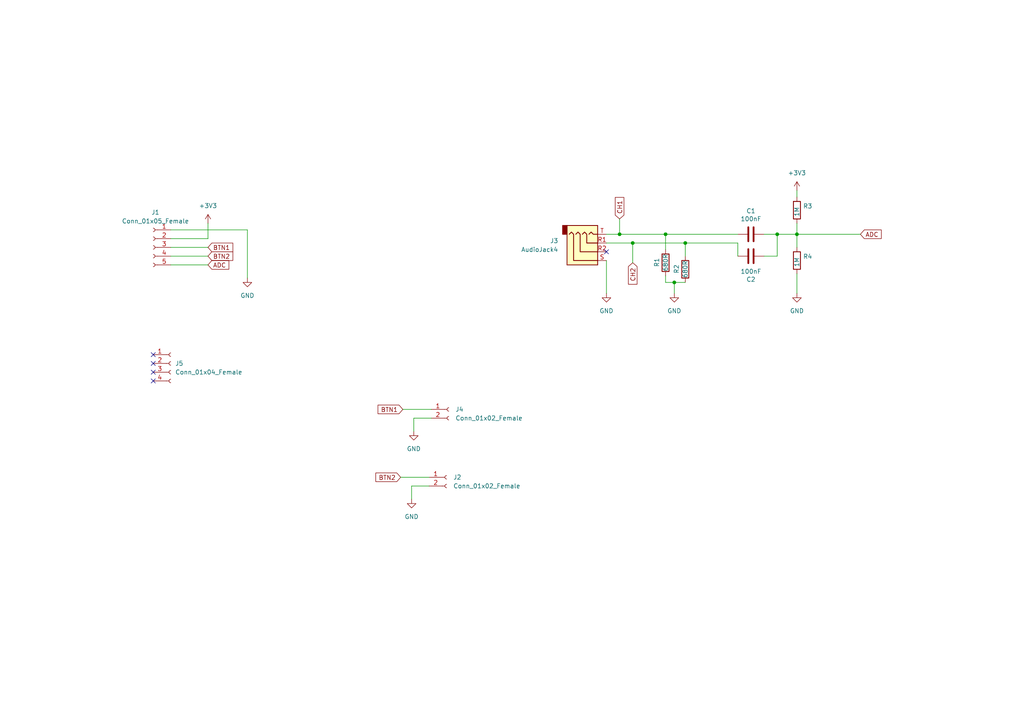
<source format=kicad_sch>
(kicad_sch (version 20230121) (generator eeschema)
  (paper "A4")
  (lib_symbols
    (symbol "Connector:AudioJack4"
      (property "Reference" "J" (at 0 8.89 0))
      (property "Value" "AudioJack4" (at 0 6.35 0))
      (symbol "AudioJack4_0_1"
        (rectangle (start -6.35 -5.08) (end -7.62 -7.62) (stroke (width 0.254)) (fill (type outline)))
        (polyline (pts (xy 0 -5.08) (xy 0.635 -5.715) (xy 1.27 -5.08) (xy 2.54 -5.08)) (stroke (width 0.254)))
        (polyline (pts (xy -5.715 -5.08) (xy -5.08 -5.715) (xy -4.445 -5.08) (xy -4.445 2.54) (xy 2.54 2.54)) (stroke (width 0.254)))
        (polyline (pts (xy -1.905 -5.08) (xy -1.27 -5.715) (xy -0.635 -5.08) (xy -0.635 -2.54) (xy 2.54 -2.54)) (stroke (width 0.254)))
        (polyline (pts (xy 2.54 0) (xy -2.54 0) (xy -2.54 -5.08) (xy -3.175 -5.715) (xy -3.81 -5.08)) (stroke (width 0.254)))
        (rectangle (start 2.54 3.81) (end -6.35 -7.62) (stroke (width 0.254)) (fill (type background)))
      )
      (symbol "AudioJack4_1_1"
        (pin passive line (at 5.08 -2.54 180) (length 2.54) (name "~") (number "R1"))
        (pin passive line (at 5.08 0 180) (length 2.54) (name "~") (number "R2"))
        (pin passive line (at 5.08 2.54 180) (length 2.54) (name "~") (number "S"))
        (pin passive line (at 5.08 -5.08 180) (length 2.54) (name "~") (number "T"))
      )
    )
    (symbol "Connector:Conn_01x02_Female" (pin_names (offset 1.016) hide)
      (property "Reference" "J" (at 0 2.54 0))
      (property "Value" "Conn_01x02_Female" (at 0 -5.08 0))
      (symbol "Conn_01x02_Female_1_1"
        (arc (start 0 -2.032) (mid -0.5058 -2.54) (end 0 -3.048) (stroke (width 0.1524)))
        (polyline (pts (xy -1.27 -2.54) (xy -0.508 -2.54)) (stroke (width 0.1524)))
        (polyline (pts (xy -1.27 0) (xy -0.508 0)) (stroke (width 0.1524)))
        (arc (start 0 0.508) (mid -0.5058 0) (end 0 -0.508) (stroke (width 0.1524)))
        (pin passive line (at -5.08 0 0) (length 3.81) (name "Pin_1") (number "1"))
        (pin passive line (at -5.08 -2.54 0) (length 3.81) (name "Pin_2") (number "2"))
      )
    )
    (symbol "Connector:Conn_01x04_Female" (pin_names (offset 1.016) hide)
      (property "Reference" "J" (at 0 5.08 0))
      (property "Value" "Conn_01x04_Female" (at 0 -7.62 0))
      (symbol "Conn_01x04_Female_1_1"
        (arc (start 0 -4.572) (mid -0.5058 -5.08) (end 0 -5.588) (stroke (width 0.1524)))
        (arc (start 0 -2.032) (mid -0.5058 -2.54) (end 0 -3.048) (stroke (width 0.1524)))
        (polyline (pts (xy -1.27 -5.08) (xy -0.508 -5.08)) (stroke (width 0.1524)))
        (polyline (pts (xy -1.27 -2.54) (xy -0.508 -2.54)) (stroke (width 0.1524)))
        (polyline (pts (xy -1.27 0) (xy -0.508 0)) (stroke (width 0.1524)))
        (polyline (pts (xy -1.27 2.54) (xy -0.508 2.54)) (stroke (width 0.1524)))
        (arc (start 0 0.508) (mid -0.5058 0) (end 0 -0.508) (stroke (width 0.1524)))
        (arc (start 0 3.048) (mid -0.5058 2.54) (end 0 2.032) (stroke (width 0.1524)))
        (pin passive line (at -5.08 2.54 0) (length 3.81) (name "Pin_1") (number "1"))
        (pin passive line (at -5.08 0 0) (length 3.81) (name "Pin_2") (number "2"))
        (pin passive line (at -5.08 -2.54 0) (length 3.81) (name "Pin_3") (number "3"))
        (pin passive line (at -5.08 -5.08 0) (length 3.81) (name "Pin_4") (number "4"))
      )
    )
    (symbol "Connector:Conn_01x05_Female" (pin_names (offset 1.016) hide)
      (property "Reference" "J" (at 0 7.62 0))
      (property "Value" "Conn_01x05_Female" (at 0 -7.62 0))
      (symbol "Conn_01x05_Female_1_1"
        (arc (start 0 -4.572) (mid -0.5058 -5.08) (end 0 -5.588) (stroke (width 0.1524)))
        (arc (start 0 -2.032) (mid -0.5058 -2.54) (end 0 -3.048) (stroke (width 0.1524)))
        (polyline (pts (xy -1.27 -5.08) (xy -0.508 -5.08)) (stroke (width 0.1524)))
        (polyline (pts (xy -1.27 -2.54) (xy -0.508 -2.54)) (stroke (width 0.1524)))
        (polyline (pts (xy -1.27 0) (xy -0.508 0)) (stroke (width 0.1524)))
        (polyline (pts (xy -1.27 2.54) (xy -0.508 2.54)) (stroke (width 0.1524)))
        (polyline (pts (xy -1.27 5.08) (xy -0.508 5.08)) (stroke (width 0.1524)))
        (arc (start 0 0.508) (mid -0.5058 0) (end 0 -0.508) (stroke (width 0.1524)))
        (arc (start 0 3.048) (mid -0.5058 2.54) (end 0 2.032) (stroke (width 0.1524)))
        (arc (start 0 5.588) (mid -0.5058 5.08) (end 0 4.572) (stroke (width 0.1524)))
        (pin passive line (at -5.08 5.08 0) (length 3.81) (name "Pin_1") (number "1"))
        (pin passive line (at -5.08 2.54 0) (length 3.81) (name "Pin_2") (number "2"))
        (pin passive line (at -5.08 0 0) (length 3.81) (name "Pin_3") (number "3"))
        (pin passive line (at -5.08 -2.54 0) (length 3.81) (name "Pin_4") (number "4"))
        (pin passive line (at -5.08 -5.08 0) (length 3.81) (name "Pin_5") (number "5"))
      )
    )
    (symbol "Device:C" (pin_numbers hide) (pin_names (offset 0.254))
      (property "Reference" "C" (at 0.635 2.54 0))
      (property "Value" "C" (at 0.635 -2.54 0))
      (symbol "C_0_1"
        (polyline (pts (xy -2.032 -0.762) (xy 2.032 -0.762)) (stroke (width 0.508)))
        (polyline (pts (xy -2.032 0.762) (xy 2.032 0.762)) (stroke (width 0.508)))
      )
      (symbol "C_1_1"
        (pin passive line (at 0 3.81 270) (length 2.794) (name "~") (number "1"))
        (pin passive line (at 0 -3.81 90) (length 2.794) (name "~") (number "2"))
      )
    )
    (symbol "Device:R" (pin_numbers hide) (pin_names (offset 0))
      (property "Reference" "R" (at 2.032 0 90))
      (property "Value" "R" (at 0 0 90))
      (symbol "R_0_1"
        (rectangle (start -1.016 -2.54) (end 1.016 2.54) (stroke (width 0.254)))
      )
      (symbol "R_1_1"
        (pin passive line (at 0 3.81 270) (length 1.27) (name "~") (number "1"))
        (pin passive line (at 0 -3.81 90) (length 1.27) (name "~") (number "2"))
      )
    )
    (symbol "power:+3.3V" (power) (pin_names (offset 0))
      (property "Value" "+3.3V" (at 0 3.556 0))
      (symbol "+3.3V_0_1"
        (polyline (pts (xy -0.762 1.27) (xy 0 2.54)))
        (polyline (pts (xy 0 0) (xy 0 2.54)))
        (polyline (pts (xy 0 2.54) (xy 0.762 1.27)))
      )
      (symbol "+3.3V_1_1"
        (pin power_in line (at 0 0 90) (length 0) hide (name "+3V3") (number "1"))
      )
    )
    (symbol "power:GND" (power) (pin_names (offset 0))
      (property "Value" "GND" (at 0 -3.81 0))
      (symbol "GND_0_1"
        (polyline (pts (xy 0 0) (xy 0 -1.27) (xy 1.27 -1.27) (xy 0 -2.54) (xy -1.27 -1.27) (xy 0 -1.27)))
      )
      (symbol "GND_1_1"
        (pin power_in line (at 0 0 270) (length 0) hide (name "GND") (number "1"))
      )
    )
  )
  (junction (at 179.705 67.945))
  (junction (at 195.58 81.915))
  (junction (at 231.14 67.945))
  (junction (at 198.755 70.485))
  (junction (at 225.425 67.945))
  (junction (at 193.04 67.945))
  (junction (at 183.515 70.485))
  (no_connect (at 175.895 73.025))
  (no_connect (at 44.45 110.49))
  (no_connect (at 44.45 102.87))
  (no_connect (at 44.45 105.41))
  (no_connect (at 44.45 107.95))
  (wire (pts (xy 213.995 70.485) (xy 198.755 70.485)))
  (wire (pts (xy 49.53 71.755) (xy 60.325 71.755)))
  (wire (pts (xy 119.38 140.97) (xy 124.46 140.97)))
  (wire (pts (xy 71.755 80.645) (xy 71.755 66.675)))
  (wire (pts (xy 120.015 121.285) (xy 125.095 121.285)))
  (wire (pts (xy 119.38 144.78) (xy 119.38 140.97)))
  (wire (pts (xy 116.84 118.745) (xy 125.095 118.745)))
  (wire (pts (xy 175.895 67.945) (xy 179.705 67.945)))
  (wire (pts (xy 49.53 74.295) (xy 60.325 74.295)))
  (wire (pts (xy 183.515 70.485) (xy 183.515 76.2)))
  (wire (pts (xy 231.14 67.945) (xy 249.555 67.945)))
  (wire (pts (xy 231.14 55.245) (xy 231.14 57.15)))
  (wire (pts (xy 195.58 81.915) (xy 198.755 81.915)))
  (wire (pts (xy 175.895 75.565) (xy 175.895 85.09)))
  (wire (pts (xy 221.615 67.945) (xy 225.425 67.945)))
  (wire (pts (xy 193.04 81.915) (xy 193.04 80.01)))
  (wire (pts (xy 60.325 64.77) (xy 60.325 69.215)))
  (wire (pts (xy 193.04 67.945) (xy 193.04 72.39)))
  (wire (pts (xy 49.53 76.835) (xy 60.325 76.835)))
  (wire (pts (xy 198.755 70.485) (xy 198.755 74.295)))
  (wire (pts (xy 116.205 138.43) (xy 124.46 138.43)))
  (wire (pts (xy 231.14 67.945) (xy 231.14 71.755)))
  (wire (pts (xy 231.14 64.77) (xy 231.14 67.945)))
  (wire (pts (xy 225.425 67.945) (xy 231.14 67.945)))
  (wire (pts (xy 195.58 85.09) (xy 195.58 81.915)))
  (wire (pts (xy 213.995 74.295) (xy 213.995 70.485)))
  (wire (pts (xy 231.14 79.375) (xy 231.14 85.09)))
  (wire (pts (xy 179.705 63.5) (xy 179.705 67.945)))
  (wire (pts (xy 71.755 66.675) (xy 49.53 66.675)))
  (wire (pts (xy 183.515 70.485) (xy 175.895 70.485)))
  (wire (pts (xy 120.015 125.095) (xy 120.015 121.285)))
  (wire (pts (xy 195.58 81.915) (xy 193.04 81.915)))
  (wire (pts (xy 198.755 70.485) (xy 183.515 70.485)))
  (wire (pts (xy 221.615 74.295) (xy 225.425 74.295)))
  (wire (pts (xy 193.04 67.945) (xy 213.995 67.945)))
  (wire (pts (xy 179.705 67.945) (xy 193.04 67.945)))
  (wire (pts (xy 60.325 69.215) (xy 49.53 69.215)))
  (wire (pts (xy 225.425 74.295) (xy 225.425 67.945)))
  (global_label "ADC" (shape input) (at 60.325 76.835 0) (property "Intersheetrefs" "${INTERSHEET_REFS}" (effects hide)))
  (global_label "ADC" (shape input) (at 249.555 67.945 0) (property "Intersheetrefs" "${INTERSHEET_REFS}" (effects hide)))
  (global_label "BTN1" (shape input) (at 116.84 118.745 180) (property "Intersheetrefs" "${INTERSHEET_REFS}" (effects hide)))
  (global_label "BTN2" (shape input) (at 60.325 74.295 0) (property "Intersheetrefs" "${INTERSHEET_REFS}" (effects hide)))
  (global_label "BTN2" (shape input) (at 116.205 138.43 180) (property "Intersheetrefs" "${INTERSHEET_REFS}" (effects hide)))
  (global_label "CH1" (shape input) (at 179.705 63.5 90) (property "Intersheetrefs" "${INTERSHEET_REFS}" (effects hide)))
  (global_label "BTN1" (shape input) (at 60.325 71.755 0) (property "Intersheetrefs" "${INTERSHEET_REFS}" (effects hide)))
  (global_label "CH2" (shape input) (at 183.515 76.2 270) (property "Intersheetrefs" "${INTERSHEET_REFS}" (effects hide)))
  (symbol (lib_id "power:+3.3V") (at 231.14 55.245 0) (unit 1)
    (property "Reference" "#PWR0103" (effects hide))
    (property "Value" "+3.3V" (at 231.14 50.165 0))
  )
  (symbol (lib_id "Device:R") (at 198.755 78.105 0) (unit 1)
    (property "Reference" "R2" (at 196.215 79.375 90) (effects (justify left)))
    (property "Value" "680R" (at 198.755 80.645 90) (effects (justify left)))
    (property "Footprint" "Resistor_SMD:R_0805_2012Metric_Pad1.20x1.40mm_HandSolder" (effects hide))
    (property "LCSC" "C17798" (effects hide))
  )
  (symbol (lib_id "Connector:Conn_01x02_Female") (at 129.54 138.43 0) (unit 1) (in_bom no)
    (property "Reference" "J2" (at 131.445 138.4299 0) (effects (justify left)))
    (property "Value" "Conn_01x02_Female" (at 131.445 140.9699 0) (effects (justify left)))
    (property "Footprint" "Connector_PinHeader_2.54mm:PinHeader_1x02_P2.54mm_Vertical" (effects hide))
  )
  (symbol (lib_id "Connector:AudioJack4") (at 170.815 73.025 0) (mirror x) (unit 1)
    (property "Reference" "J3" (at 161.925 69.8499 0) (effects (justify right)))
    (property "Value" "AudioJack4" (at 161.925 72.3899 0) (effects (justify right)))
    (property "Footprint" "Connector_Audio:Jack_3.5mm_PJ320D_Horizontal" (effects hide))
  )
  (symbol (lib_id "power:+3.3V") (at 60.325 64.77 0) (unit 1)
    (property "Reference" "#PWR0105" (effects hide))
    (property "Value" "+3.3V" (at 60.325 59.69 0))
  )
  (symbol (lib_id "power:GND") (at 231.14 85.09 0) (unit 1)
    (property "Reference" "#PWR0101" (effects hide))
    (property "Value" "GND" (at 231.14 90.17 0))
  )
  (symbol (lib_id "power:GND") (at 71.755 80.645 0) (unit 1)
    (property "Reference" "#PWR0106" (effects hide))
    (property "Value" "GND" (at 71.755 85.725 0))
  )
  (symbol (lib_id "power:GND") (at 175.895 85.09 0) (unit 1)
    (property "Reference" "#PWR0104" (effects hide))
    (property "Value" "GND" (at 175.895 90.17 0))
  )
  (symbol (lib_id "Connector:Conn_01x02_Female") (at 130.175 118.745 0) (unit 1) (in_bom no)
    (property "Reference" "J4" (at 132.08 118.7449 0) (effects (justify left)))
    (property "Value" "Conn_01x02_Female" (at 132.08 121.2849 0) (effects (justify left)))
    (property "Footprint" "Connector_PinHeader_2.54mm:PinHeader_1x02_P2.54mm_Vertical" (effects hide))
  )
  (symbol (lib_id "Connector:Conn_01x04_Female") (at 49.53 105.41 0) (unit 1) (in_bom no)
    (property "Reference" "J5" (at 50.8 105.4099 0) (effects (justify left)))
    (property "Value" "Conn_01x04_Female" (at 50.8 107.9499 0) (effects (justify left)))
    (property "Footprint" "Connector_PinHeader_2.54mm:PinHeader_1x04_P2.54mm_Vertical" (effects hide))
  )
  (symbol (lib_id "Device:C") (at 217.805 74.295 270) (unit 1)
    (property "Reference" "C2" (at 217.805 81.0514 90))
    (property "Value" "100nF" (at 217.805 78.74 90))
    (property "Footprint" "Capacitor_SMD:C_0805_2012Metric_Pad1.18x1.45mm_HandSolder" (effects hide))
    (property "LCSC" "C49678" (effects hide))
  )
  (symbol (lib_id "Device:R") (at 231.14 60.96 0) (unit 1)
    (property "Reference" "R3" (at 232.918 59.7916 0) (effects (justify left)))
    (property "Value" "1M" (at 231.14 62.865 90) (effects (justify left)))
    (property "Footprint" "Resistor_SMD:R_0805_2012Metric_Pad1.20x1.40mm_HandSolder" (effects hide))
    (property "LCSC" "C17514" (effects hide))
  )
  (symbol (lib_id "Device:R") (at 193.04 76.2 0) (unit 1)
    (property "Reference" "R1" (at 190.5 77.47 90) (effects (justify left)))
    (property "Value" "680R" (at 193.04 78.74 90) (effects (justify left)))
    (property "Footprint" "Resistor_SMD:R_0805_2012Metric_Pad1.20x1.40mm_HandSolder" (effects hide))
    (property "LCSC" "C17798" (effects hide))
  )
  (symbol (lib_id "Connector:Conn_01x05_Female") (at 44.45 71.755 0) (mirror y) (unit 1) (in_bom no)
    (property "Reference" "J1" (at 45.085 61.595 0))
    (property "Value" "Conn_01x05_Female" (at 45.085 64.135 0))
    (property "Footprint" "Connector_PinHeader_2.54mm:PinHeader_1x05_P2.54mm_Vertical" (effects hide))
  )
  (symbol (lib_id "Device:C") (at 217.805 67.945 90) (unit 1)
    (property "Reference" "C1" (at 217.805 61.1886 90))
    (property "Value" "100nF" (at 217.805 63.5 90))
    (property "Footprint" "Capacitor_SMD:C_0805_2012Metric_Pad1.18x1.45mm_HandSolder" (effects hide))
    (property "LCSC" "C49678" (effects hide))
  )
  (symbol (lib_id "Device:R") (at 231.14 75.565 0) (unit 1)
    (property "Reference" "R4" (at 232.918 74.3966 0) (effects (justify left)))
    (property "Value" "1M" (at 231.14 77.47 90) (effects (justify left)))
    (property "Footprint" "Resistor_SMD:R_0805_2012Metric_Pad1.20x1.40mm_HandSolder" (effects hide))
    (property "LCSC" "C17514" (effects hide))
  )
  (symbol (lib_id "power:GND") (at 120.015 125.095 0) (unit 1)
    (property "Reference" "#PWR0108" (effects hide))
    (property "Value" "GND" (at 120.015 130.175 0))
  )
  (symbol (lib_id "power:GND") (at 195.58 85.09 0) (unit 1)
    (property "Reference" "#PWR0102" (effects hide))
    (property "Value" "GND" (at 195.58 90.17 0))
  )
  (symbol (lib_id "power:GND") (at 119.38 144.78 0) (unit 1)
    (property "Reference" "#PWR0107" (effects hide))
    (property "Value" "GND" (at 119.38 149.86 0))
  )
)
</source>
